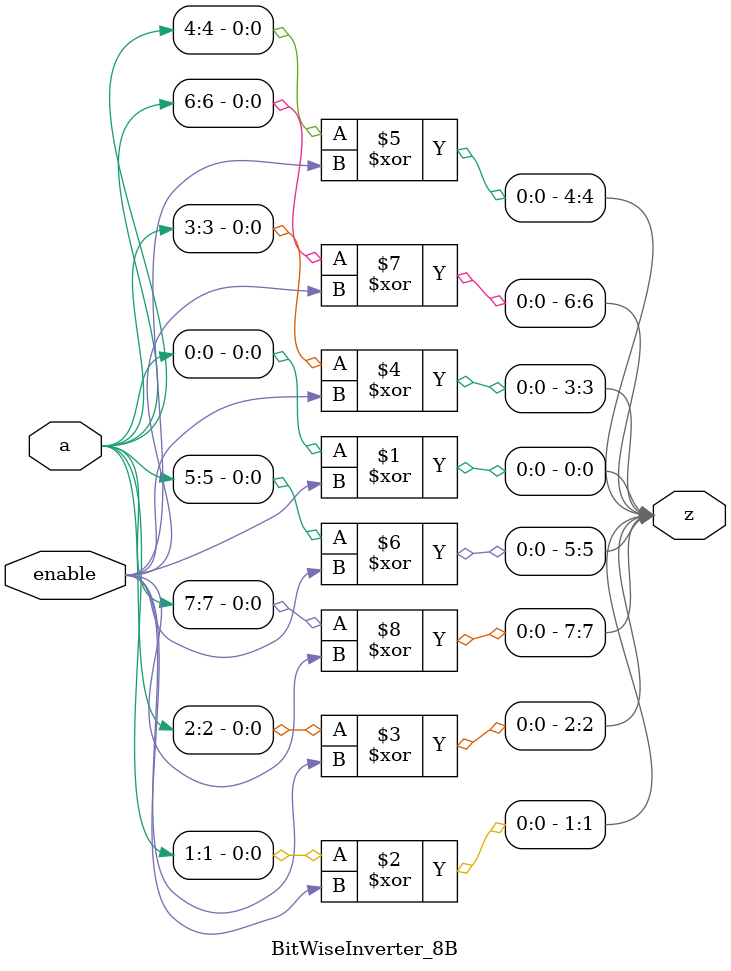
<source format=v>
module BitWiseInverter_8B (a, enable, z);
    input[7:0] a;
    input enable;
    output[7:0] z;

    xor x1(z[0], a[0], enable);
    xor x2(z[1], a[1], enable);
    xor x3(z[2], a[2], enable);
    xor x4(z[3], a[3], enable);
    xor x5(z[4], a[4], enable);
    xor x6(z[5], a[5], enable);
    xor x7(z[6], a[6], enable);
    xor x8(z[7], a[7], enable);
    
    
endmodule
</source>
